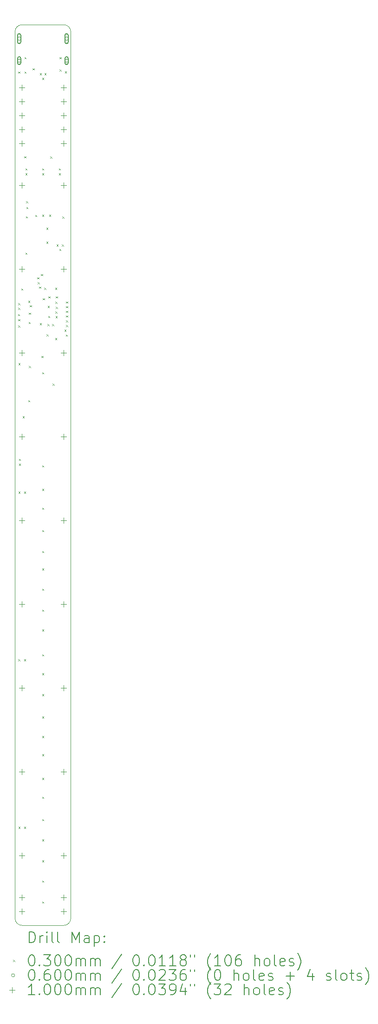
<source format=gbr>
%TF.GenerationSoftware,KiCad,Pcbnew,7.0.8*%
%TF.CreationDate,2023-10-19T22:48:38-06:00*%
%TF.ProjectId,RP2040-Breadstick,52503230-3430-42d4-9272-656164737469,0.2*%
%TF.SameCoordinates,Original*%
%TF.FileFunction,Drillmap*%
%TF.FilePolarity,Positive*%
%FSLAX45Y45*%
G04 Gerber Fmt 4.5, Leading zero omitted, Abs format (unit mm)*
G04 Created by KiCad (PCBNEW 7.0.8) date 2023-10-19 22:48:38*
%MOMM*%
%LPD*%
G01*
G04 APERTURE LIST*
%ADD10C,0.100000*%
%ADD11C,0.200000*%
%ADD12C,0.030000*%
%ADD13C,0.060000*%
G04 APERTURE END LIST*
D10*
X9017000Y-1651000D02*
X8255000Y-1651000D01*
X8128000Y-1778000D02*
X8128000Y-17907000D01*
X8255000Y-18034000D02*
X9017000Y-18034000D01*
X8128000Y-17907000D02*
G75*
G03*
X8255000Y-18034000I127000J0D01*
G01*
X9144000Y-1778000D02*
G75*
G03*
X9017000Y-1651000I-127000J0D01*
G01*
X8255000Y-1651000D02*
G75*
G03*
X8128000Y-1778000I0J-127000D01*
G01*
X9144000Y-17907000D02*
X9144000Y-1778000D01*
X9017000Y-18034000D02*
G75*
G03*
X9144000Y-17907000I0J127000D01*
G01*
D11*
D12*
X8181580Y-6914120D02*
X8211580Y-6944120D01*
X8211580Y-6914120D02*
X8181580Y-6944120D01*
X8184000Y-7005560D02*
X8214000Y-7035560D01*
X8214000Y-7005560D02*
X8184000Y-7035560D01*
X8184120Y-2504680D02*
X8214120Y-2534680D01*
X8214120Y-2504680D02*
X8184120Y-2534680D01*
X8185331Y-6713865D02*
X8215331Y-6743865D01*
X8215331Y-6713865D02*
X8185331Y-6743865D01*
X8185934Y-6800337D02*
X8215934Y-6830337D01*
X8215934Y-6800337D02*
X8185934Y-6830337D01*
X8186426Y-7122991D02*
X8216426Y-7152991D01*
X8216426Y-7122991D02*
X8186426Y-7152991D01*
X8186660Y-13190460D02*
X8216660Y-13220460D01*
X8216660Y-13190460D02*
X8186660Y-13220460D01*
X8189200Y-7808200D02*
X8219200Y-7838200D01*
X8219200Y-7808200D02*
X8189200Y-7838200D01*
X8189200Y-10145000D02*
X8219200Y-10175000D01*
X8219200Y-10145000D02*
X8189200Y-10175000D01*
X8189200Y-16238460D02*
X8219200Y-16268460D01*
X8219200Y-16238460D02*
X8189200Y-16268460D01*
X8196820Y-9548100D02*
X8226820Y-9578100D01*
X8226820Y-9548100D02*
X8196820Y-9578100D01*
X8196820Y-9634460D02*
X8226820Y-9664460D01*
X8226820Y-9634460D02*
X8196820Y-9664460D01*
X8240000Y-6449300D02*
X8270000Y-6479300D01*
X8270000Y-6449300D02*
X8240000Y-6479300D01*
X8265400Y-8770860D02*
X8295400Y-8800860D01*
X8295400Y-8770860D02*
X8265400Y-8800860D01*
X8290800Y-13190460D02*
X8320800Y-13220460D01*
X8320800Y-13190460D02*
X8290800Y-13220460D01*
X8293340Y-10145000D02*
X8323340Y-10175000D01*
X8323340Y-10145000D02*
X8293340Y-10175000D01*
X8293340Y-16238460D02*
X8323340Y-16268460D01*
X8323340Y-16238460D02*
X8293340Y-16268460D01*
X8295880Y-4043920D02*
X8325880Y-4073920D01*
X8325880Y-4043920D02*
X8295880Y-4073920D01*
X8301000Y-2240480D02*
X8331000Y-2270480D01*
X8331000Y-2240480D02*
X8301000Y-2270480D01*
X8301000Y-2504640D02*
X8331000Y-2534640D01*
X8331000Y-2504640D02*
X8301000Y-2534640D01*
X8316200Y-4264900D02*
X8346200Y-4294900D01*
X8346200Y-4264900D02*
X8316200Y-4294900D01*
X8316200Y-4353800D02*
X8346200Y-4383800D01*
X8346200Y-4353800D02*
X8316200Y-4383800D01*
X8318525Y-5796716D02*
X8348525Y-5826716D01*
X8348525Y-5796716D02*
X8318525Y-5826716D01*
X8323820Y-5136120D02*
X8353820Y-5166120D01*
X8353820Y-5136120D02*
X8323820Y-5166120D01*
X8328900Y-4861800D02*
X8358900Y-4891800D01*
X8358900Y-4861800D02*
X8328900Y-4891800D01*
X8335275Y-4968480D02*
X8365275Y-4998480D01*
X8365275Y-4968480D02*
X8335275Y-4998480D01*
X8369310Y-8481193D02*
X8399310Y-8511193D01*
X8399310Y-8481193D02*
X8369310Y-8511193D01*
X8369644Y-6674568D02*
X8399644Y-6704568D01*
X8399644Y-6674568D02*
X8369644Y-6704568D01*
X8377160Y-7056360D02*
X8407160Y-7086360D01*
X8407160Y-7056360D02*
X8377160Y-7086360D01*
X8379462Y-6888958D02*
X8409462Y-6918958D01*
X8409462Y-6888958D02*
X8379462Y-6918958D01*
X8382240Y-7856460D02*
X8412240Y-7886460D01*
X8412240Y-7856460D02*
X8382240Y-7886460D01*
X8398390Y-6754762D02*
X8428390Y-6784762D01*
X8428390Y-6754762D02*
X8398390Y-6784762D01*
X8448390Y-2443610D02*
X8478390Y-2473610D01*
X8478390Y-2443610D02*
X8448390Y-2473610D01*
X8494262Y-5108914D02*
X8524262Y-5138914D01*
X8524262Y-5108914D02*
X8494262Y-5138914D01*
X8534000Y-6247000D02*
X8564000Y-6277000D01*
X8564000Y-6247000D02*
X8534000Y-6277000D01*
X8539752Y-6333898D02*
X8569752Y-6363898D01*
X8569752Y-6333898D02*
X8539752Y-6363898D01*
X8565629Y-6415063D02*
X8595629Y-6445063D01*
X8595629Y-6415063D02*
X8565629Y-6445063D01*
X8578811Y-7080000D02*
X8608811Y-7110000D01*
X8608811Y-7080000D02*
X8578811Y-7110000D01*
X8580567Y-2532677D02*
X8610567Y-2562677D01*
X8610567Y-2532677D02*
X8580567Y-2562677D01*
X8600680Y-6185140D02*
X8630680Y-6215140D01*
X8630680Y-6185140D02*
X8600680Y-6215140D01*
X8607778Y-7675306D02*
X8637778Y-7705306D01*
X8637778Y-7675306D02*
X8607778Y-7705306D01*
X8620999Y-12650520D02*
X8650999Y-12680520D01*
X8650999Y-12650520D02*
X8620999Y-12680520D01*
X8621000Y-2616440D02*
X8651000Y-2646440D01*
X8651000Y-2616440D02*
X8621000Y-2646440D01*
X8621000Y-4264900D02*
X8651000Y-4294900D01*
X8651000Y-4264900D02*
X8621000Y-4294900D01*
X8621000Y-4353800D02*
X8651000Y-4383800D01*
X8651000Y-4353800D02*
X8621000Y-4383800D01*
X8621000Y-5108180D02*
X8651000Y-5138180D01*
X8651000Y-5108180D02*
X8621000Y-5138180D01*
X8621000Y-10094200D02*
X8651000Y-10124200D01*
X8651000Y-10094200D02*
X8621000Y-10124200D01*
X8621000Y-10437100D02*
X8651000Y-10467100D01*
X8651000Y-10437100D02*
X8621000Y-10467100D01*
X8621000Y-10843500D02*
X8651000Y-10873500D01*
X8651000Y-10843500D02*
X8621000Y-10873500D01*
X8621000Y-11224500D02*
X8651000Y-11254500D01*
X8651000Y-11224500D02*
X8621000Y-11254500D01*
X8621000Y-11542000D02*
X8651000Y-11572000D01*
X8651000Y-11542000D02*
X8621000Y-11572000D01*
X8621000Y-11910300D02*
X8651000Y-11940300D01*
X8651000Y-11910300D02*
X8621000Y-11940300D01*
X8621000Y-12291300D02*
X8651000Y-12321300D01*
X8651000Y-12291300D02*
X8621000Y-12321300D01*
X8621000Y-13447000D02*
X8651000Y-13477000D01*
X8651000Y-13447000D02*
X8621000Y-13477000D01*
X8621000Y-13828000D02*
X8651000Y-13858000D01*
X8651000Y-13828000D02*
X8621000Y-13858000D01*
X8621000Y-14234400D02*
X8651000Y-14264400D01*
X8651000Y-14234400D02*
X8621000Y-14264400D01*
X8621000Y-14590000D02*
X8651000Y-14620000D01*
X8651000Y-14590000D02*
X8621000Y-14620000D01*
X8621000Y-15352000D02*
X8651000Y-15382000D01*
X8651000Y-15352000D02*
X8621000Y-15382000D01*
X8621000Y-15694900D02*
X8651000Y-15724900D01*
X8651000Y-15694900D02*
X8621000Y-15724900D01*
X8621000Y-16101300D02*
X8651000Y-16131300D01*
X8651000Y-16101300D02*
X8621000Y-16131300D01*
X8621000Y-16469600D02*
X8651000Y-16499600D01*
X8651000Y-16469600D02*
X8621000Y-16499600D01*
X8621000Y-16850600D02*
X8651000Y-16880600D01*
X8651000Y-16850600D02*
X8621000Y-16880600D01*
X8621000Y-17218900D02*
X8651000Y-17248900D01*
X8651000Y-17218900D02*
X8621000Y-17248900D01*
X8621000Y-17599900D02*
X8651000Y-17629900D01*
X8651000Y-17599900D02*
X8621000Y-17629900D01*
X8621001Y-9667480D02*
X8651001Y-9697480D01*
X8651001Y-9667480D02*
X8621001Y-9697480D01*
X8621001Y-13104100D02*
X8651001Y-13134100D01*
X8651001Y-13104100D02*
X8621001Y-13134100D01*
X8621001Y-14920200D02*
X8651001Y-14950200D01*
X8651001Y-14920200D02*
X8621001Y-14950200D01*
X8621044Y-7972809D02*
X8651044Y-8002809D01*
X8651044Y-7972809D02*
X8621044Y-8002809D01*
X8633700Y-6624560D02*
X8663700Y-6654560D01*
X8663700Y-6624560D02*
X8633700Y-6654560D01*
X8660810Y-6437090D02*
X8690810Y-6467090D01*
X8690810Y-6437090D02*
X8660810Y-6467090D01*
X8665755Y-2532020D02*
X8695755Y-2562020D01*
X8695755Y-2532020D02*
X8665755Y-2562020D01*
X8697200Y-5344400D02*
X8727200Y-5374400D01*
X8727200Y-5344400D02*
X8697200Y-5374400D01*
X8697200Y-5598400D02*
X8727200Y-5628400D01*
X8727200Y-5598400D02*
X8697200Y-5628400D01*
X8702888Y-7281625D02*
X8732888Y-7311625D01*
X8732888Y-7281625D02*
X8702888Y-7311625D01*
X8719777Y-7095325D02*
X8749777Y-7125325D01*
X8749777Y-7095325D02*
X8719777Y-7125325D01*
X8722600Y-6766800D02*
X8752600Y-6796800D01*
X8752600Y-6766800D02*
X8722600Y-6796800D01*
X8732760Y-6947140D02*
X8762760Y-6977140D01*
X8762760Y-6947140D02*
X8732760Y-6977140D01*
X8735589Y-6591272D02*
X8765589Y-6621272D01*
X8765589Y-6591272D02*
X8735589Y-6621272D01*
X8748000Y-5108180D02*
X8778000Y-5138180D01*
X8778000Y-5108180D02*
X8748000Y-5138180D01*
X8768320Y-4047071D02*
X8798320Y-4077071D01*
X8798320Y-4047071D02*
X8768320Y-4077071D01*
X8804961Y-7094286D02*
X8834961Y-7124286D01*
X8834961Y-7094286D02*
X8804961Y-7124286D01*
X8813430Y-8179040D02*
X8843430Y-8209040D01*
X8843430Y-8179040D02*
X8813430Y-8209040D01*
X8860000Y-6437000D02*
X8890000Y-6467000D01*
X8890000Y-6437000D02*
X8860000Y-6467000D01*
X8860092Y-7351095D02*
X8890092Y-7381095D01*
X8890092Y-7351095D02*
X8860092Y-7381095D01*
X8862300Y-6690600D02*
X8892300Y-6720600D01*
X8892300Y-6690600D02*
X8862300Y-6720600D01*
X8862948Y-6866792D02*
X8892948Y-6896792D01*
X8892948Y-6866792D02*
X8862948Y-6896792D01*
X8866607Y-6951904D02*
X8896607Y-6981904D01*
X8896607Y-6951904D02*
X8866607Y-6981904D01*
X8872307Y-6591685D02*
X8902307Y-6621685D01*
X8902307Y-6591685D02*
X8872307Y-6621685D01*
X8872310Y-6782000D02*
X8902310Y-6812000D01*
X8902310Y-6782000D02*
X8872310Y-6812000D01*
X8885824Y-5649853D02*
X8915824Y-5679853D01*
X8915824Y-5649853D02*
X8885824Y-5679853D01*
X8925800Y-4264900D02*
X8955800Y-4294900D01*
X8955800Y-4264900D02*
X8925800Y-4294900D01*
X8925800Y-4353800D02*
X8955800Y-4383800D01*
X8955800Y-4353800D02*
X8925800Y-4383800D01*
X8936620Y-5727940D02*
X8966620Y-5757940D01*
X8966620Y-5727940D02*
X8936620Y-5757940D01*
X8940000Y-2466000D02*
X8970000Y-2496000D01*
X8970000Y-2466000D02*
X8940000Y-2496000D01*
X8941000Y-2240560D02*
X8971000Y-2270560D01*
X8971000Y-2240560D02*
X8941000Y-2270560D01*
X8980824Y-5649853D02*
X9010824Y-5679853D01*
X9010824Y-5649853D02*
X8980824Y-5679853D01*
X8989910Y-5141200D02*
X9019910Y-5171200D01*
X9019910Y-5141200D02*
X8989910Y-5171200D01*
X9027400Y-7196060D02*
X9057400Y-7226060D01*
X9057400Y-7196060D02*
X9027400Y-7226060D01*
X9037560Y-2499600D02*
X9067560Y-2529600D01*
X9067560Y-2499600D02*
X9037560Y-2529600D01*
X9052800Y-7287500D02*
X9082800Y-7317500D01*
X9082800Y-7287500D02*
X9052800Y-7317500D01*
X9055960Y-6685924D02*
X9085960Y-6715924D01*
X9085960Y-6685924D02*
X9055960Y-6715924D01*
X9056640Y-6771111D02*
X9086640Y-6801111D01*
X9086640Y-6771111D02*
X9056640Y-6801111D01*
X9056690Y-6856301D02*
X9086690Y-6886301D01*
X9086690Y-6856301D02*
X9056690Y-6886301D01*
X9056690Y-7111872D02*
X9086690Y-7141872D01*
X9086690Y-7111872D02*
X9056690Y-7141872D01*
X9056810Y-6941492D02*
X9086810Y-6971492D01*
X9086810Y-6941492D02*
X9056810Y-6971492D01*
X9056810Y-7026682D02*
X9086810Y-7056682D01*
X9086810Y-7026682D02*
X9056810Y-7056682D01*
D13*
X8234000Y-1904820D02*
G75*
G03*
X8234000Y-1904820I-30000J0D01*
G01*
D11*
X8234000Y-1964820D02*
X8234000Y-1844820D01*
X8234000Y-1844820D02*
G75*
G03*
X8174000Y-1844820I-30000J0D01*
G01*
X8174000Y-1844820D02*
X8174000Y-1964820D01*
X8174000Y-1964820D02*
G75*
G03*
X8234000Y-1964820I30000J0D01*
G01*
D13*
X8234000Y-2304820D02*
G75*
G03*
X8234000Y-2304820I-30000J0D01*
G01*
D11*
X8234000Y-2344820D02*
X8234000Y-2264820D01*
X8234000Y-2264820D02*
G75*
G03*
X8174000Y-2264820I-30000J0D01*
G01*
X8174000Y-2264820D02*
X8174000Y-2344820D01*
X8174000Y-2344820D02*
G75*
G03*
X8234000Y-2344820I30000J0D01*
G01*
D13*
X9098000Y-1904820D02*
G75*
G03*
X9098000Y-1904820I-30000J0D01*
G01*
D11*
X9098000Y-1964820D02*
X9098000Y-1844820D01*
X9098000Y-1844820D02*
G75*
G03*
X9038000Y-1844820I-30000J0D01*
G01*
X9038000Y-1844820D02*
X9038000Y-1964820D01*
X9038000Y-1964820D02*
G75*
G03*
X9098000Y-1964820I30000J0D01*
G01*
D13*
X9098000Y-2304820D02*
G75*
G03*
X9098000Y-2304820I-30000J0D01*
G01*
D11*
X9098000Y-2344820D02*
X9098000Y-2264820D01*
X9098000Y-2264820D02*
G75*
G03*
X9038000Y-2264820I-30000J0D01*
G01*
X9038000Y-2264820D02*
X9038000Y-2344820D01*
X9038000Y-2344820D02*
G75*
G03*
X9098000Y-2344820I30000J0D01*
G01*
D10*
X8255000Y-2744000D02*
X8255000Y-2844000D01*
X8205000Y-2794000D02*
X8305000Y-2794000D01*
X8255000Y-2998000D02*
X8255000Y-3098000D01*
X8205000Y-3048000D02*
X8305000Y-3048000D01*
X8255000Y-3252000D02*
X8255000Y-3352000D01*
X8205000Y-3302000D02*
X8305000Y-3302000D01*
X8255000Y-3506000D02*
X8255000Y-3606000D01*
X8205000Y-3556000D02*
X8305000Y-3556000D01*
X8255000Y-3760000D02*
X8255000Y-3860000D01*
X8205000Y-3810000D02*
X8305000Y-3810000D01*
X8255000Y-4522000D02*
X8255000Y-4622000D01*
X8205000Y-4572000D02*
X8305000Y-4572000D01*
X8255000Y-6046000D02*
X8255000Y-6146000D01*
X8205000Y-6096000D02*
X8305000Y-6096000D01*
X8255000Y-7570000D02*
X8255000Y-7670000D01*
X8205000Y-7620000D02*
X8305000Y-7620000D01*
X8255000Y-9094000D02*
X8255000Y-9194000D01*
X8205000Y-9144000D02*
X8305000Y-9144000D01*
X8255000Y-10618000D02*
X8255000Y-10718000D01*
X8205000Y-10668000D02*
X8305000Y-10668000D01*
X8255000Y-12142000D02*
X8255000Y-12242000D01*
X8205000Y-12192000D02*
X8305000Y-12192000D01*
X8255000Y-13666000D02*
X8255000Y-13766000D01*
X8205000Y-13716000D02*
X8305000Y-13716000D01*
X8255000Y-15190000D02*
X8255000Y-15290000D01*
X8205000Y-15240000D02*
X8305000Y-15240000D01*
X8255000Y-16714000D02*
X8255000Y-16814000D01*
X8205000Y-16764000D02*
X8305000Y-16764000D01*
X8255000Y-17476000D02*
X8255000Y-17576000D01*
X8205000Y-17526000D02*
X8305000Y-17526000D01*
X8255000Y-17730000D02*
X8255000Y-17830000D01*
X8205000Y-17780000D02*
X8305000Y-17780000D01*
X9017000Y-2744000D02*
X9017000Y-2844000D01*
X8967000Y-2794000D02*
X9067000Y-2794000D01*
X9017000Y-2998000D02*
X9017000Y-3098000D01*
X8967000Y-3048000D02*
X9067000Y-3048000D01*
X9017000Y-3252000D02*
X9017000Y-3352000D01*
X8967000Y-3302000D02*
X9067000Y-3302000D01*
X9017000Y-3506000D02*
X9017000Y-3606000D01*
X8967000Y-3556000D02*
X9067000Y-3556000D01*
X9017000Y-3760000D02*
X9017000Y-3860000D01*
X8967000Y-3810000D02*
X9067000Y-3810000D01*
X9017000Y-4522000D02*
X9017000Y-4622000D01*
X8967000Y-4572000D02*
X9067000Y-4572000D01*
X9017000Y-6046000D02*
X9017000Y-6146000D01*
X8967000Y-6096000D02*
X9067000Y-6096000D01*
X9017000Y-7570000D02*
X9017000Y-7670000D01*
X8967000Y-7620000D02*
X9067000Y-7620000D01*
X9017000Y-9094000D02*
X9017000Y-9194000D01*
X8967000Y-9144000D02*
X9067000Y-9144000D01*
X9017000Y-10618000D02*
X9017000Y-10718000D01*
X8967000Y-10668000D02*
X9067000Y-10668000D01*
X9017000Y-12142000D02*
X9017000Y-12242000D01*
X8967000Y-12192000D02*
X9067000Y-12192000D01*
X9017000Y-13666000D02*
X9017000Y-13766000D01*
X8967000Y-13716000D02*
X9067000Y-13716000D01*
X9017000Y-15190000D02*
X9017000Y-15290000D01*
X8967000Y-15240000D02*
X9067000Y-15240000D01*
X9017000Y-16714000D02*
X9017000Y-16814000D01*
X8967000Y-16764000D02*
X9067000Y-16764000D01*
X9017000Y-17476000D02*
X9017000Y-17576000D01*
X8967000Y-17526000D02*
X9067000Y-17526000D01*
X9017000Y-17730000D02*
X9017000Y-17830000D01*
X8967000Y-17780000D02*
X9067000Y-17780000D01*
D11*
X8383777Y-18350484D02*
X8383777Y-18150484D01*
X8383777Y-18150484D02*
X8431396Y-18150484D01*
X8431396Y-18150484D02*
X8459967Y-18160008D01*
X8459967Y-18160008D02*
X8479015Y-18179055D01*
X8479015Y-18179055D02*
X8488539Y-18198103D01*
X8488539Y-18198103D02*
X8498063Y-18236198D01*
X8498063Y-18236198D02*
X8498063Y-18264770D01*
X8498063Y-18264770D02*
X8488539Y-18302865D01*
X8488539Y-18302865D02*
X8479015Y-18321912D01*
X8479015Y-18321912D02*
X8459967Y-18340960D01*
X8459967Y-18340960D02*
X8431396Y-18350484D01*
X8431396Y-18350484D02*
X8383777Y-18350484D01*
X8583777Y-18350484D02*
X8583777Y-18217150D01*
X8583777Y-18255246D02*
X8593301Y-18236198D01*
X8593301Y-18236198D02*
X8602824Y-18226674D01*
X8602824Y-18226674D02*
X8621872Y-18217150D01*
X8621872Y-18217150D02*
X8640920Y-18217150D01*
X8707586Y-18350484D02*
X8707586Y-18217150D01*
X8707586Y-18150484D02*
X8698063Y-18160008D01*
X8698063Y-18160008D02*
X8707586Y-18169531D01*
X8707586Y-18169531D02*
X8717110Y-18160008D01*
X8717110Y-18160008D02*
X8707586Y-18150484D01*
X8707586Y-18150484D02*
X8707586Y-18169531D01*
X8831396Y-18350484D02*
X8812348Y-18340960D01*
X8812348Y-18340960D02*
X8802824Y-18321912D01*
X8802824Y-18321912D02*
X8802824Y-18150484D01*
X8936158Y-18350484D02*
X8917110Y-18340960D01*
X8917110Y-18340960D02*
X8907586Y-18321912D01*
X8907586Y-18321912D02*
X8907586Y-18150484D01*
X9164729Y-18350484D02*
X9164729Y-18150484D01*
X9164729Y-18150484D02*
X9231396Y-18293341D01*
X9231396Y-18293341D02*
X9298063Y-18150484D01*
X9298063Y-18150484D02*
X9298063Y-18350484D01*
X9479015Y-18350484D02*
X9479015Y-18245722D01*
X9479015Y-18245722D02*
X9469491Y-18226674D01*
X9469491Y-18226674D02*
X9450444Y-18217150D01*
X9450444Y-18217150D02*
X9412348Y-18217150D01*
X9412348Y-18217150D02*
X9393301Y-18226674D01*
X9479015Y-18340960D02*
X9459967Y-18350484D01*
X9459967Y-18350484D02*
X9412348Y-18350484D01*
X9412348Y-18350484D02*
X9393301Y-18340960D01*
X9393301Y-18340960D02*
X9383777Y-18321912D01*
X9383777Y-18321912D02*
X9383777Y-18302865D01*
X9383777Y-18302865D02*
X9393301Y-18283817D01*
X9393301Y-18283817D02*
X9412348Y-18274293D01*
X9412348Y-18274293D02*
X9459967Y-18274293D01*
X9459967Y-18274293D02*
X9479015Y-18264770D01*
X9574253Y-18217150D02*
X9574253Y-18417150D01*
X9574253Y-18226674D02*
X9593301Y-18217150D01*
X9593301Y-18217150D02*
X9631396Y-18217150D01*
X9631396Y-18217150D02*
X9650444Y-18226674D01*
X9650444Y-18226674D02*
X9659967Y-18236198D01*
X9659967Y-18236198D02*
X9669491Y-18255246D01*
X9669491Y-18255246D02*
X9669491Y-18312389D01*
X9669491Y-18312389D02*
X9659967Y-18331436D01*
X9659967Y-18331436D02*
X9650444Y-18340960D01*
X9650444Y-18340960D02*
X9631396Y-18350484D01*
X9631396Y-18350484D02*
X9593301Y-18350484D01*
X9593301Y-18350484D02*
X9574253Y-18340960D01*
X9755205Y-18331436D02*
X9764729Y-18340960D01*
X9764729Y-18340960D02*
X9755205Y-18350484D01*
X9755205Y-18350484D02*
X9745682Y-18340960D01*
X9745682Y-18340960D02*
X9755205Y-18331436D01*
X9755205Y-18331436D02*
X9755205Y-18350484D01*
X9755205Y-18226674D02*
X9764729Y-18236198D01*
X9764729Y-18236198D02*
X9755205Y-18245722D01*
X9755205Y-18245722D02*
X9745682Y-18236198D01*
X9745682Y-18236198D02*
X9755205Y-18226674D01*
X9755205Y-18226674D02*
X9755205Y-18245722D01*
D12*
X8093000Y-18664000D02*
X8123000Y-18694000D01*
X8123000Y-18664000D02*
X8093000Y-18694000D01*
D11*
X8421872Y-18570484D02*
X8440920Y-18570484D01*
X8440920Y-18570484D02*
X8459967Y-18580008D01*
X8459967Y-18580008D02*
X8469491Y-18589531D01*
X8469491Y-18589531D02*
X8479015Y-18608579D01*
X8479015Y-18608579D02*
X8488539Y-18646674D01*
X8488539Y-18646674D02*
X8488539Y-18694293D01*
X8488539Y-18694293D02*
X8479015Y-18732389D01*
X8479015Y-18732389D02*
X8469491Y-18751436D01*
X8469491Y-18751436D02*
X8459967Y-18760960D01*
X8459967Y-18760960D02*
X8440920Y-18770484D01*
X8440920Y-18770484D02*
X8421872Y-18770484D01*
X8421872Y-18770484D02*
X8402824Y-18760960D01*
X8402824Y-18760960D02*
X8393301Y-18751436D01*
X8393301Y-18751436D02*
X8383777Y-18732389D01*
X8383777Y-18732389D02*
X8374253Y-18694293D01*
X8374253Y-18694293D02*
X8374253Y-18646674D01*
X8374253Y-18646674D02*
X8383777Y-18608579D01*
X8383777Y-18608579D02*
X8393301Y-18589531D01*
X8393301Y-18589531D02*
X8402824Y-18580008D01*
X8402824Y-18580008D02*
X8421872Y-18570484D01*
X8574253Y-18751436D02*
X8583777Y-18760960D01*
X8583777Y-18760960D02*
X8574253Y-18770484D01*
X8574253Y-18770484D02*
X8564729Y-18760960D01*
X8564729Y-18760960D02*
X8574253Y-18751436D01*
X8574253Y-18751436D02*
X8574253Y-18770484D01*
X8650444Y-18570484D02*
X8774253Y-18570484D01*
X8774253Y-18570484D02*
X8707586Y-18646674D01*
X8707586Y-18646674D02*
X8736158Y-18646674D01*
X8736158Y-18646674D02*
X8755205Y-18656198D01*
X8755205Y-18656198D02*
X8764729Y-18665722D01*
X8764729Y-18665722D02*
X8774253Y-18684770D01*
X8774253Y-18684770D02*
X8774253Y-18732389D01*
X8774253Y-18732389D02*
X8764729Y-18751436D01*
X8764729Y-18751436D02*
X8755205Y-18760960D01*
X8755205Y-18760960D02*
X8736158Y-18770484D01*
X8736158Y-18770484D02*
X8679015Y-18770484D01*
X8679015Y-18770484D02*
X8659967Y-18760960D01*
X8659967Y-18760960D02*
X8650444Y-18751436D01*
X8898063Y-18570484D02*
X8917110Y-18570484D01*
X8917110Y-18570484D02*
X8936158Y-18580008D01*
X8936158Y-18580008D02*
X8945682Y-18589531D01*
X8945682Y-18589531D02*
X8955205Y-18608579D01*
X8955205Y-18608579D02*
X8964729Y-18646674D01*
X8964729Y-18646674D02*
X8964729Y-18694293D01*
X8964729Y-18694293D02*
X8955205Y-18732389D01*
X8955205Y-18732389D02*
X8945682Y-18751436D01*
X8945682Y-18751436D02*
X8936158Y-18760960D01*
X8936158Y-18760960D02*
X8917110Y-18770484D01*
X8917110Y-18770484D02*
X8898063Y-18770484D01*
X8898063Y-18770484D02*
X8879015Y-18760960D01*
X8879015Y-18760960D02*
X8869491Y-18751436D01*
X8869491Y-18751436D02*
X8859967Y-18732389D01*
X8859967Y-18732389D02*
X8850444Y-18694293D01*
X8850444Y-18694293D02*
X8850444Y-18646674D01*
X8850444Y-18646674D02*
X8859967Y-18608579D01*
X8859967Y-18608579D02*
X8869491Y-18589531D01*
X8869491Y-18589531D02*
X8879015Y-18580008D01*
X8879015Y-18580008D02*
X8898063Y-18570484D01*
X9088539Y-18570484D02*
X9107586Y-18570484D01*
X9107586Y-18570484D02*
X9126634Y-18580008D01*
X9126634Y-18580008D02*
X9136158Y-18589531D01*
X9136158Y-18589531D02*
X9145682Y-18608579D01*
X9145682Y-18608579D02*
X9155205Y-18646674D01*
X9155205Y-18646674D02*
X9155205Y-18694293D01*
X9155205Y-18694293D02*
X9145682Y-18732389D01*
X9145682Y-18732389D02*
X9136158Y-18751436D01*
X9136158Y-18751436D02*
X9126634Y-18760960D01*
X9126634Y-18760960D02*
X9107586Y-18770484D01*
X9107586Y-18770484D02*
X9088539Y-18770484D01*
X9088539Y-18770484D02*
X9069491Y-18760960D01*
X9069491Y-18760960D02*
X9059967Y-18751436D01*
X9059967Y-18751436D02*
X9050444Y-18732389D01*
X9050444Y-18732389D02*
X9040920Y-18694293D01*
X9040920Y-18694293D02*
X9040920Y-18646674D01*
X9040920Y-18646674D02*
X9050444Y-18608579D01*
X9050444Y-18608579D02*
X9059967Y-18589531D01*
X9059967Y-18589531D02*
X9069491Y-18580008D01*
X9069491Y-18580008D02*
X9088539Y-18570484D01*
X9240920Y-18770484D02*
X9240920Y-18637150D01*
X9240920Y-18656198D02*
X9250444Y-18646674D01*
X9250444Y-18646674D02*
X9269491Y-18637150D01*
X9269491Y-18637150D02*
X9298063Y-18637150D01*
X9298063Y-18637150D02*
X9317110Y-18646674D01*
X9317110Y-18646674D02*
X9326634Y-18665722D01*
X9326634Y-18665722D02*
X9326634Y-18770484D01*
X9326634Y-18665722D02*
X9336158Y-18646674D01*
X9336158Y-18646674D02*
X9355205Y-18637150D01*
X9355205Y-18637150D02*
X9383777Y-18637150D01*
X9383777Y-18637150D02*
X9402825Y-18646674D01*
X9402825Y-18646674D02*
X9412348Y-18665722D01*
X9412348Y-18665722D02*
X9412348Y-18770484D01*
X9507586Y-18770484D02*
X9507586Y-18637150D01*
X9507586Y-18656198D02*
X9517110Y-18646674D01*
X9517110Y-18646674D02*
X9536158Y-18637150D01*
X9536158Y-18637150D02*
X9564729Y-18637150D01*
X9564729Y-18637150D02*
X9583777Y-18646674D01*
X9583777Y-18646674D02*
X9593301Y-18665722D01*
X9593301Y-18665722D02*
X9593301Y-18770484D01*
X9593301Y-18665722D02*
X9602825Y-18646674D01*
X9602825Y-18646674D02*
X9621872Y-18637150D01*
X9621872Y-18637150D02*
X9650444Y-18637150D01*
X9650444Y-18637150D02*
X9669491Y-18646674D01*
X9669491Y-18646674D02*
X9679015Y-18665722D01*
X9679015Y-18665722D02*
X9679015Y-18770484D01*
X10069491Y-18560960D02*
X9898063Y-18818103D01*
X10326634Y-18570484D02*
X10345682Y-18570484D01*
X10345682Y-18570484D02*
X10364729Y-18580008D01*
X10364729Y-18580008D02*
X10374253Y-18589531D01*
X10374253Y-18589531D02*
X10383777Y-18608579D01*
X10383777Y-18608579D02*
X10393301Y-18646674D01*
X10393301Y-18646674D02*
X10393301Y-18694293D01*
X10393301Y-18694293D02*
X10383777Y-18732389D01*
X10383777Y-18732389D02*
X10374253Y-18751436D01*
X10374253Y-18751436D02*
X10364729Y-18760960D01*
X10364729Y-18760960D02*
X10345682Y-18770484D01*
X10345682Y-18770484D02*
X10326634Y-18770484D01*
X10326634Y-18770484D02*
X10307587Y-18760960D01*
X10307587Y-18760960D02*
X10298063Y-18751436D01*
X10298063Y-18751436D02*
X10288539Y-18732389D01*
X10288539Y-18732389D02*
X10279015Y-18694293D01*
X10279015Y-18694293D02*
X10279015Y-18646674D01*
X10279015Y-18646674D02*
X10288539Y-18608579D01*
X10288539Y-18608579D02*
X10298063Y-18589531D01*
X10298063Y-18589531D02*
X10307587Y-18580008D01*
X10307587Y-18580008D02*
X10326634Y-18570484D01*
X10479015Y-18751436D02*
X10488539Y-18760960D01*
X10488539Y-18760960D02*
X10479015Y-18770484D01*
X10479015Y-18770484D02*
X10469491Y-18760960D01*
X10469491Y-18760960D02*
X10479015Y-18751436D01*
X10479015Y-18751436D02*
X10479015Y-18770484D01*
X10612348Y-18570484D02*
X10631396Y-18570484D01*
X10631396Y-18570484D02*
X10650444Y-18580008D01*
X10650444Y-18580008D02*
X10659968Y-18589531D01*
X10659968Y-18589531D02*
X10669491Y-18608579D01*
X10669491Y-18608579D02*
X10679015Y-18646674D01*
X10679015Y-18646674D02*
X10679015Y-18694293D01*
X10679015Y-18694293D02*
X10669491Y-18732389D01*
X10669491Y-18732389D02*
X10659968Y-18751436D01*
X10659968Y-18751436D02*
X10650444Y-18760960D01*
X10650444Y-18760960D02*
X10631396Y-18770484D01*
X10631396Y-18770484D02*
X10612348Y-18770484D01*
X10612348Y-18770484D02*
X10593301Y-18760960D01*
X10593301Y-18760960D02*
X10583777Y-18751436D01*
X10583777Y-18751436D02*
X10574253Y-18732389D01*
X10574253Y-18732389D02*
X10564729Y-18694293D01*
X10564729Y-18694293D02*
X10564729Y-18646674D01*
X10564729Y-18646674D02*
X10574253Y-18608579D01*
X10574253Y-18608579D02*
X10583777Y-18589531D01*
X10583777Y-18589531D02*
X10593301Y-18580008D01*
X10593301Y-18580008D02*
X10612348Y-18570484D01*
X10869491Y-18770484D02*
X10755206Y-18770484D01*
X10812348Y-18770484D02*
X10812348Y-18570484D01*
X10812348Y-18570484D02*
X10793301Y-18599055D01*
X10793301Y-18599055D02*
X10774253Y-18618103D01*
X10774253Y-18618103D02*
X10755206Y-18627627D01*
X11059968Y-18770484D02*
X10945682Y-18770484D01*
X11002825Y-18770484D02*
X11002825Y-18570484D01*
X11002825Y-18570484D02*
X10983777Y-18599055D01*
X10983777Y-18599055D02*
X10964729Y-18618103D01*
X10964729Y-18618103D02*
X10945682Y-18627627D01*
X11174253Y-18656198D02*
X11155206Y-18646674D01*
X11155206Y-18646674D02*
X11145682Y-18637150D01*
X11145682Y-18637150D02*
X11136158Y-18618103D01*
X11136158Y-18618103D02*
X11136158Y-18608579D01*
X11136158Y-18608579D02*
X11145682Y-18589531D01*
X11145682Y-18589531D02*
X11155206Y-18580008D01*
X11155206Y-18580008D02*
X11174253Y-18570484D01*
X11174253Y-18570484D02*
X11212348Y-18570484D01*
X11212348Y-18570484D02*
X11231396Y-18580008D01*
X11231396Y-18580008D02*
X11240920Y-18589531D01*
X11240920Y-18589531D02*
X11250444Y-18608579D01*
X11250444Y-18608579D02*
X11250444Y-18618103D01*
X11250444Y-18618103D02*
X11240920Y-18637150D01*
X11240920Y-18637150D02*
X11231396Y-18646674D01*
X11231396Y-18646674D02*
X11212348Y-18656198D01*
X11212348Y-18656198D02*
X11174253Y-18656198D01*
X11174253Y-18656198D02*
X11155206Y-18665722D01*
X11155206Y-18665722D02*
X11145682Y-18675246D01*
X11145682Y-18675246D02*
X11136158Y-18694293D01*
X11136158Y-18694293D02*
X11136158Y-18732389D01*
X11136158Y-18732389D02*
X11145682Y-18751436D01*
X11145682Y-18751436D02*
X11155206Y-18760960D01*
X11155206Y-18760960D02*
X11174253Y-18770484D01*
X11174253Y-18770484D02*
X11212348Y-18770484D01*
X11212348Y-18770484D02*
X11231396Y-18760960D01*
X11231396Y-18760960D02*
X11240920Y-18751436D01*
X11240920Y-18751436D02*
X11250444Y-18732389D01*
X11250444Y-18732389D02*
X11250444Y-18694293D01*
X11250444Y-18694293D02*
X11240920Y-18675246D01*
X11240920Y-18675246D02*
X11231396Y-18665722D01*
X11231396Y-18665722D02*
X11212348Y-18656198D01*
X11326634Y-18570484D02*
X11326634Y-18608579D01*
X11402825Y-18570484D02*
X11402825Y-18608579D01*
X11698063Y-18846674D02*
X11688539Y-18837150D01*
X11688539Y-18837150D02*
X11669491Y-18808579D01*
X11669491Y-18808579D02*
X11659968Y-18789531D01*
X11659968Y-18789531D02*
X11650444Y-18760960D01*
X11650444Y-18760960D02*
X11640920Y-18713341D01*
X11640920Y-18713341D02*
X11640920Y-18675246D01*
X11640920Y-18675246D02*
X11650444Y-18627627D01*
X11650444Y-18627627D02*
X11659968Y-18599055D01*
X11659968Y-18599055D02*
X11669491Y-18580008D01*
X11669491Y-18580008D02*
X11688539Y-18551436D01*
X11688539Y-18551436D02*
X11698063Y-18541912D01*
X11879015Y-18770484D02*
X11764729Y-18770484D01*
X11821872Y-18770484D02*
X11821872Y-18570484D01*
X11821872Y-18570484D02*
X11802825Y-18599055D01*
X11802825Y-18599055D02*
X11783777Y-18618103D01*
X11783777Y-18618103D02*
X11764729Y-18627627D01*
X12002825Y-18570484D02*
X12021872Y-18570484D01*
X12021872Y-18570484D02*
X12040920Y-18580008D01*
X12040920Y-18580008D02*
X12050444Y-18589531D01*
X12050444Y-18589531D02*
X12059968Y-18608579D01*
X12059968Y-18608579D02*
X12069491Y-18646674D01*
X12069491Y-18646674D02*
X12069491Y-18694293D01*
X12069491Y-18694293D02*
X12059968Y-18732389D01*
X12059968Y-18732389D02*
X12050444Y-18751436D01*
X12050444Y-18751436D02*
X12040920Y-18760960D01*
X12040920Y-18760960D02*
X12021872Y-18770484D01*
X12021872Y-18770484D02*
X12002825Y-18770484D01*
X12002825Y-18770484D02*
X11983777Y-18760960D01*
X11983777Y-18760960D02*
X11974253Y-18751436D01*
X11974253Y-18751436D02*
X11964729Y-18732389D01*
X11964729Y-18732389D02*
X11955206Y-18694293D01*
X11955206Y-18694293D02*
X11955206Y-18646674D01*
X11955206Y-18646674D02*
X11964729Y-18608579D01*
X11964729Y-18608579D02*
X11974253Y-18589531D01*
X11974253Y-18589531D02*
X11983777Y-18580008D01*
X11983777Y-18580008D02*
X12002825Y-18570484D01*
X12240920Y-18570484D02*
X12202825Y-18570484D01*
X12202825Y-18570484D02*
X12183777Y-18580008D01*
X12183777Y-18580008D02*
X12174253Y-18589531D01*
X12174253Y-18589531D02*
X12155206Y-18618103D01*
X12155206Y-18618103D02*
X12145682Y-18656198D01*
X12145682Y-18656198D02*
X12145682Y-18732389D01*
X12145682Y-18732389D02*
X12155206Y-18751436D01*
X12155206Y-18751436D02*
X12164729Y-18760960D01*
X12164729Y-18760960D02*
X12183777Y-18770484D01*
X12183777Y-18770484D02*
X12221872Y-18770484D01*
X12221872Y-18770484D02*
X12240920Y-18760960D01*
X12240920Y-18760960D02*
X12250444Y-18751436D01*
X12250444Y-18751436D02*
X12259968Y-18732389D01*
X12259968Y-18732389D02*
X12259968Y-18684770D01*
X12259968Y-18684770D02*
X12250444Y-18665722D01*
X12250444Y-18665722D02*
X12240920Y-18656198D01*
X12240920Y-18656198D02*
X12221872Y-18646674D01*
X12221872Y-18646674D02*
X12183777Y-18646674D01*
X12183777Y-18646674D02*
X12164729Y-18656198D01*
X12164729Y-18656198D02*
X12155206Y-18665722D01*
X12155206Y-18665722D02*
X12145682Y-18684770D01*
X12498063Y-18770484D02*
X12498063Y-18570484D01*
X12583777Y-18770484D02*
X12583777Y-18665722D01*
X12583777Y-18665722D02*
X12574253Y-18646674D01*
X12574253Y-18646674D02*
X12555206Y-18637150D01*
X12555206Y-18637150D02*
X12526634Y-18637150D01*
X12526634Y-18637150D02*
X12507587Y-18646674D01*
X12507587Y-18646674D02*
X12498063Y-18656198D01*
X12707587Y-18770484D02*
X12688539Y-18760960D01*
X12688539Y-18760960D02*
X12679015Y-18751436D01*
X12679015Y-18751436D02*
X12669491Y-18732389D01*
X12669491Y-18732389D02*
X12669491Y-18675246D01*
X12669491Y-18675246D02*
X12679015Y-18656198D01*
X12679015Y-18656198D02*
X12688539Y-18646674D01*
X12688539Y-18646674D02*
X12707587Y-18637150D01*
X12707587Y-18637150D02*
X12736158Y-18637150D01*
X12736158Y-18637150D02*
X12755206Y-18646674D01*
X12755206Y-18646674D02*
X12764730Y-18656198D01*
X12764730Y-18656198D02*
X12774253Y-18675246D01*
X12774253Y-18675246D02*
X12774253Y-18732389D01*
X12774253Y-18732389D02*
X12764730Y-18751436D01*
X12764730Y-18751436D02*
X12755206Y-18760960D01*
X12755206Y-18760960D02*
X12736158Y-18770484D01*
X12736158Y-18770484D02*
X12707587Y-18770484D01*
X12888539Y-18770484D02*
X12869491Y-18760960D01*
X12869491Y-18760960D02*
X12859968Y-18741912D01*
X12859968Y-18741912D02*
X12859968Y-18570484D01*
X13040920Y-18760960D02*
X13021872Y-18770484D01*
X13021872Y-18770484D02*
X12983777Y-18770484D01*
X12983777Y-18770484D02*
X12964730Y-18760960D01*
X12964730Y-18760960D02*
X12955206Y-18741912D01*
X12955206Y-18741912D02*
X12955206Y-18665722D01*
X12955206Y-18665722D02*
X12964730Y-18646674D01*
X12964730Y-18646674D02*
X12983777Y-18637150D01*
X12983777Y-18637150D02*
X13021872Y-18637150D01*
X13021872Y-18637150D02*
X13040920Y-18646674D01*
X13040920Y-18646674D02*
X13050444Y-18665722D01*
X13050444Y-18665722D02*
X13050444Y-18684770D01*
X13050444Y-18684770D02*
X12955206Y-18703817D01*
X13126634Y-18760960D02*
X13145682Y-18770484D01*
X13145682Y-18770484D02*
X13183777Y-18770484D01*
X13183777Y-18770484D02*
X13202825Y-18760960D01*
X13202825Y-18760960D02*
X13212349Y-18741912D01*
X13212349Y-18741912D02*
X13212349Y-18732389D01*
X13212349Y-18732389D02*
X13202825Y-18713341D01*
X13202825Y-18713341D02*
X13183777Y-18703817D01*
X13183777Y-18703817D02*
X13155206Y-18703817D01*
X13155206Y-18703817D02*
X13136158Y-18694293D01*
X13136158Y-18694293D02*
X13126634Y-18675246D01*
X13126634Y-18675246D02*
X13126634Y-18665722D01*
X13126634Y-18665722D02*
X13136158Y-18646674D01*
X13136158Y-18646674D02*
X13155206Y-18637150D01*
X13155206Y-18637150D02*
X13183777Y-18637150D01*
X13183777Y-18637150D02*
X13202825Y-18646674D01*
X13279015Y-18846674D02*
X13288539Y-18837150D01*
X13288539Y-18837150D02*
X13307587Y-18808579D01*
X13307587Y-18808579D02*
X13317111Y-18789531D01*
X13317111Y-18789531D02*
X13326634Y-18760960D01*
X13326634Y-18760960D02*
X13336158Y-18713341D01*
X13336158Y-18713341D02*
X13336158Y-18675246D01*
X13336158Y-18675246D02*
X13326634Y-18627627D01*
X13326634Y-18627627D02*
X13317111Y-18599055D01*
X13317111Y-18599055D02*
X13307587Y-18580008D01*
X13307587Y-18580008D02*
X13288539Y-18551436D01*
X13288539Y-18551436D02*
X13279015Y-18541912D01*
D13*
X8123000Y-18943000D02*
G75*
G03*
X8123000Y-18943000I-30000J0D01*
G01*
D11*
X8421872Y-18834484D02*
X8440920Y-18834484D01*
X8440920Y-18834484D02*
X8459967Y-18844008D01*
X8459967Y-18844008D02*
X8469491Y-18853531D01*
X8469491Y-18853531D02*
X8479015Y-18872579D01*
X8479015Y-18872579D02*
X8488539Y-18910674D01*
X8488539Y-18910674D02*
X8488539Y-18958293D01*
X8488539Y-18958293D02*
X8479015Y-18996389D01*
X8479015Y-18996389D02*
X8469491Y-19015436D01*
X8469491Y-19015436D02*
X8459967Y-19024960D01*
X8459967Y-19024960D02*
X8440920Y-19034484D01*
X8440920Y-19034484D02*
X8421872Y-19034484D01*
X8421872Y-19034484D02*
X8402824Y-19024960D01*
X8402824Y-19024960D02*
X8393301Y-19015436D01*
X8393301Y-19015436D02*
X8383777Y-18996389D01*
X8383777Y-18996389D02*
X8374253Y-18958293D01*
X8374253Y-18958293D02*
X8374253Y-18910674D01*
X8374253Y-18910674D02*
X8383777Y-18872579D01*
X8383777Y-18872579D02*
X8393301Y-18853531D01*
X8393301Y-18853531D02*
X8402824Y-18844008D01*
X8402824Y-18844008D02*
X8421872Y-18834484D01*
X8574253Y-19015436D02*
X8583777Y-19024960D01*
X8583777Y-19024960D02*
X8574253Y-19034484D01*
X8574253Y-19034484D02*
X8564729Y-19024960D01*
X8564729Y-19024960D02*
X8574253Y-19015436D01*
X8574253Y-19015436D02*
X8574253Y-19034484D01*
X8755205Y-18834484D02*
X8717110Y-18834484D01*
X8717110Y-18834484D02*
X8698063Y-18844008D01*
X8698063Y-18844008D02*
X8688539Y-18853531D01*
X8688539Y-18853531D02*
X8669491Y-18882103D01*
X8669491Y-18882103D02*
X8659967Y-18920198D01*
X8659967Y-18920198D02*
X8659967Y-18996389D01*
X8659967Y-18996389D02*
X8669491Y-19015436D01*
X8669491Y-19015436D02*
X8679015Y-19024960D01*
X8679015Y-19024960D02*
X8698063Y-19034484D01*
X8698063Y-19034484D02*
X8736158Y-19034484D01*
X8736158Y-19034484D02*
X8755205Y-19024960D01*
X8755205Y-19024960D02*
X8764729Y-19015436D01*
X8764729Y-19015436D02*
X8774253Y-18996389D01*
X8774253Y-18996389D02*
X8774253Y-18948770D01*
X8774253Y-18948770D02*
X8764729Y-18929722D01*
X8764729Y-18929722D02*
X8755205Y-18920198D01*
X8755205Y-18920198D02*
X8736158Y-18910674D01*
X8736158Y-18910674D02*
X8698063Y-18910674D01*
X8698063Y-18910674D02*
X8679015Y-18920198D01*
X8679015Y-18920198D02*
X8669491Y-18929722D01*
X8669491Y-18929722D02*
X8659967Y-18948770D01*
X8898063Y-18834484D02*
X8917110Y-18834484D01*
X8917110Y-18834484D02*
X8936158Y-18844008D01*
X8936158Y-18844008D02*
X8945682Y-18853531D01*
X8945682Y-18853531D02*
X8955205Y-18872579D01*
X8955205Y-18872579D02*
X8964729Y-18910674D01*
X8964729Y-18910674D02*
X8964729Y-18958293D01*
X8964729Y-18958293D02*
X8955205Y-18996389D01*
X8955205Y-18996389D02*
X8945682Y-19015436D01*
X8945682Y-19015436D02*
X8936158Y-19024960D01*
X8936158Y-19024960D02*
X8917110Y-19034484D01*
X8917110Y-19034484D02*
X8898063Y-19034484D01*
X8898063Y-19034484D02*
X8879015Y-19024960D01*
X8879015Y-19024960D02*
X8869491Y-19015436D01*
X8869491Y-19015436D02*
X8859967Y-18996389D01*
X8859967Y-18996389D02*
X8850444Y-18958293D01*
X8850444Y-18958293D02*
X8850444Y-18910674D01*
X8850444Y-18910674D02*
X8859967Y-18872579D01*
X8859967Y-18872579D02*
X8869491Y-18853531D01*
X8869491Y-18853531D02*
X8879015Y-18844008D01*
X8879015Y-18844008D02*
X8898063Y-18834484D01*
X9088539Y-18834484D02*
X9107586Y-18834484D01*
X9107586Y-18834484D02*
X9126634Y-18844008D01*
X9126634Y-18844008D02*
X9136158Y-18853531D01*
X9136158Y-18853531D02*
X9145682Y-18872579D01*
X9145682Y-18872579D02*
X9155205Y-18910674D01*
X9155205Y-18910674D02*
X9155205Y-18958293D01*
X9155205Y-18958293D02*
X9145682Y-18996389D01*
X9145682Y-18996389D02*
X9136158Y-19015436D01*
X9136158Y-19015436D02*
X9126634Y-19024960D01*
X9126634Y-19024960D02*
X9107586Y-19034484D01*
X9107586Y-19034484D02*
X9088539Y-19034484D01*
X9088539Y-19034484D02*
X9069491Y-19024960D01*
X9069491Y-19024960D02*
X9059967Y-19015436D01*
X9059967Y-19015436D02*
X9050444Y-18996389D01*
X9050444Y-18996389D02*
X9040920Y-18958293D01*
X9040920Y-18958293D02*
X9040920Y-18910674D01*
X9040920Y-18910674D02*
X9050444Y-18872579D01*
X9050444Y-18872579D02*
X9059967Y-18853531D01*
X9059967Y-18853531D02*
X9069491Y-18844008D01*
X9069491Y-18844008D02*
X9088539Y-18834484D01*
X9240920Y-19034484D02*
X9240920Y-18901150D01*
X9240920Y-18920198D02*
X9250444Y-18910674D01*
X9250444Y-18910674D02*
X9269491Y-18901150D01*
X9269491Y-18901150D02*
X9298063Y-18901150D01*
X9298063Y-18901150D02*
X9317110Y-18910674D01*
X9317110Y-18910674D02*
X9326634Y-18929722D01*
X9326634Y-18929722D02*
X9326634Y-19034484D01*
X9326634Y-18929722D02*
X9336158Y-18910674D01*
X9336158Y-18910674D02*
X9355205Y-18901150D01*
X9355205Y-18901150D02*
X9383777Y-18901150D01*
X9383777Y-18901150D02*
X9402825Y-18910674D01*
X9402825Y-18910674D02*
X9412348Y-18929722D01*
X9412348Y-18929722D02*
X9412348Y-19034484D01*
X9507586Y-19034484D02*
X9507586Y-18901150D01*
X9507586Y-18920198D02*
X9517110Y-18910674D01*
X9517110Y-18910674D02*
X9536158Y-18901150D01*
X9536158Y-18901150D02*
X9564729Y-18901150D01*
X9564729Y-18901150D02*
X9583777Y-18910674D01*
X9583777Y-18910674D02*
X9593301Y-18929722D01*
X9593301Y-18929722D02*
X9593301Y-19034484D01*
X9593301Y-18929722D02*
X9602825Y-18910674D01*
X9602825Y-18910674D02*
X9621872Y-18901150D01*
X9621872Y-18901150D02*
X9650444Y-18901150D01*
X9650444Y-18901150D02*
X9669491Y-18910674D01*
X9669491Y-18910674D02*
X9679015Y-18929722D01*
X9679015Y-18929722D02*
X9679015Y-19034484D01*
X10069491Y-18824960D02*
X9898063Y-19082103D01*
X10326634Y-18834484D02*
X10345682Y-18834484D01*
X10345682Y-18834484D02*
X10364729Y-18844008D01*
X10364729Y-18844008D02*
X10374253Y-18853531D01*
X10374253Y-18853531D02*
X10383777Y-18872579D01*
X10383777Y-18872579D02*
X10393301Y-18910674D01*
X10393301Y-18910674D02*
X10393301Y-18958293D01*
X10393301Y-18958293D02*
X10383777Y-18996389D01*
X10383777Y-18996389D02*
X10374253Y-19015436D01*
X10374253Y-19015436D02*
X10364729Y-19024960D01*
X10364729Y-19024960D02*
X10345682Y-19034484D01*
X10345682Y-19034484D02*
X10326634Y-19034484D01*
X10326634Y-19034484D02*
X10307587Y-19024960D01*
X10307587Y-19024960D02*
X10298063Y-19015436D01*
X10298063Y-19015436D02*
X10288539Y-18996389D01*
X10288539Y-18996389D02*
X10279015Y-18958293D01*
X10279015Y-18958293D02*
X10279015Y-18910674D01*
X10279015Y-18910674D02*
X10288539Y-18872579D01*
X10288539Y-18872579D02*
X10298063Y-18853531D01*
X10298063Y-18853531D02*
X10307587Y-18844008D01*
X10307587Y-18844008D02*
X10326634Y-18834484D01*
X10479015Y-19015436D02*
X10488539Y-19024960D01*
X10488539Y-19024960D02*
X10479015Y-19034484D01*
X10479015Y-19034484D02*
X10469491Y-19024960D01*
X10469491Y-19024960D02*
X10479015Y-19015436D01*
X10479015Y-19015436D02*
X10479015Y-19034484D01*
X10612348Y-18834484D02*
X10631396Y-18834484D01*
X10631396Y-18834484D02*
X10650444Y-18844008D01*
X10650444Y-18844008D02*
X10659968Y-18853531D01*
X10659968Y-18853531D02*
X10669491Y-18872579D01*
X10669491Y-18872579D02*
X10679015Y-18910674D01*
X10679015Y-18910674D02*
X10679015Y-18958293D01*
X10679015Y-18958293D02*
X10669491Y-18996389D01*
X10669491Y-18996389D02*
X10659968Y-19015436D01*
X10659968Y-19015436D02*
X10650444Y-19024960D01*
X10650444Y-19024960D02*
X10631396Y-19034484D01*
X10631396Y-19034484D02*
X10612348Y-19034484D01*
X10612348Y-19034484D02*
X10593301Y-19024960D01*
X10593301Y-19024960D02*
X10583777Y-19015436D01*
X10583777Y-19015436D02*
X10574253Y-18996389D01*
X10574253Y-18996389D02*
X10564729Y-18958293D01*
X10564729Y-18958293D02*
X10564729Y-18910674D01*
X10564729Y-18910674D02*
X10574253Y-18872579D01*
X10574253Y-18872579D02*
X10583777Y-18853531D01*
X10583777Y-18853531D02*
X10593301Y-18844008D01*
X10593301Y-18844008D02*
X10612348Y-18834484D01*
X10755206Y-18853531D02*
X10764729Y-18844008D01*
X10764729Y-18844008D02*
X10783777Y-18834484D01*
X10783777Y-18834484D02*
X10831396Y-18834484D01*
X10831396Y-18834484D02*
X10850444Y-18844008D01*
X10850444Y-18844008D02*
X10859968Y-18853531D01*
X10859968Y-18853531D02*
X10869491Y-18872579D01*
X10869491Y-18872579D02*
X10869491Y-18891627D01*
X10869491Y-18891627D02*
X10859968Y-18920198D01*
X10859968Y-18920198D02*
X10745682Y-19034484D01*
X10745682Y-19034484D02*
X10869491Y-19034484D01*
X10936158Y-18834484D02*
X11059968Y-18834484D01*
X11059968Y-18834484D02*
X10993301Y-18910674D01*
X10993301Y-18910674D02*
X11021872Y-18910674D01*
X11021872Y-18910674D02*
X11040920Y-18920198D01*
X11040920Y-18920198D02*
X11050444Y-18929722D01*
X11050444Y-18929722D02*
X11059968Y-18948770D01*
X11059968Y-18948770D02*
X11059968Y-18996389D01*
X11059968Y-18996389D02*
X11050444Y-19015436D01*
X11050444Y-19015436D02*
X11040920Y-19024960D01*
X11040920Y-19024960D02*
X11021872Y-19034484D01*
X11021872Y-19034484D02*
X10964729Y-19034484D01*
X10964729Y-19034484D02*
X10945682Y-19024960D01*
X10945682Y-19024960D02*
X10936158Y-19015436D01*
X11231396Y-18834484D02*
X11193301Y-18834484D01*
X11193301Y-18834484D02*
X11174253Y-18844008D01*
X11174253Y-18844008D02*
X11164729Y-18853531D01*
X11164729Y-18853531D02*
X11145682Y-18882103D01*
X11145682Y-18882103D02*
X11136158Y-18920198D01*
X11136158Y-18920198D02*
X11136158Y-18996389D01*
X11136158Y-18996389D02*
X11145682Y-19015436D01*
X11145682Y-19015436D02*
X11155206Y-19024960D01*
X11155206Y-19024960D02*
X11174253Y-19034484D01*
X11174253Y-19034484D02*
X11212348Y-19034484D01*
X11212348Y-19034484D02*
X11231396Y-19024960D01*
X11231396Y-19024960D02*
X11240920Y-19015436D01*
X11240920Y-19015436D02*
X11250444Y-18996389D01*
X11250444Y-18996389D02*
X11250444Y-18948770D01*
X11250444Y-18948770D02*
X11240920Y-18929722D01*
X11240920Y-18929722D02*
X11231396Y-18920198D01*
X11231396Y-18920198D02*
X11212348Y-18910674D01*
X11212348Y-18910674D02*
X11174253Y-18910674D01*
X11174253Y-18910674D02*
X11155206Y-18920198D01*
X11155206Y-18920198D02*
X11145682Y-18929722D01*
X11145682Y-18929722D02*
X11136158Y-18948770D01*
X11326634Y-18834484D02*
X11326634Y-18872579D01*
X11402825Y-18834484D02*
X11402825Y-18872579D01*
X11698063Y-19110674D02*
X11688539Y-19101150D01*
X11688539Y-19101150D02*
X11669491Y-19072579D01*
X11669491Y-19072579D02*
X11659968Y-19053531D01*
X11659968Y-19053531D02*
X11650444Y-19024960D01*
X11650444Y-19024960D02*
X11640920Y-18977341D01*
X11640920Y-18977341D02*
X11640920Y-18939246D01*
X11640920Y-18939246D02*
X11650444Y-18891627D01*
X11650444Y-18891627D02*
X11659968Y-18863055D01*
X11659968Y-18863055D02*
X11669491Y-18844008D01*
X11669491Y-18844008D02*
X11688539Y-18815436D01*
X11688539Y-18815436D02*
X11698063Y-18805912D01*
X11812348Y-18834484D02*
X11831396Y-18834484D01*
X11831396Y-18834484D02*
X11850444Y-18844008D01*
X11850444Y-18844008D02*
X11859968Y-18853531D01*
X11859968Y-18853531D02*
X11869491Y-18872579D01*
X11869491Y-18872579D02*
X11879015Y-18910674D01*
X11879015Y-18910674D02*
X11879015Y-18958293D01*
X11879015Y-18958293D02*
X11869491Y-18996389D01*
X11869491Y-18996389D02*
X11859968Y-19015436D01*
X11859968Y-19015436D02*
X11850444Y-19024960D01*
X11850444Y-19024960D02*
X11831396Y-19034484D01*
X11831396Y-19034484D02*
X11812348Y-19034484D01*
X11812348Y-19034484D02*
X11793301Y-19024960D01*
X11793301Y-19024960D02*
X11783777Y-19015436D01*
X11783777Y-19015436D02*
X11774253Y-18996389D01*
X11774253Y-18996389D02*
X11764729Y-18958293D01*
X11764729Y-18958293D02*
X11764729Y-18910674D01*
X11764729Y-18910674D02*
X11774253Y-18872579D01*
X11774253Y-18872579D02*
X11783777Y-18853531D01*
X11783777Y-18853531D02*
X11793301Y-18844008D01*
X11793301Y-18844008D02*
X11812348Y-18834484D01*
X12117110Y-19034484D02*
X12117110Y-18834484D01*
X12202825Y-19034484D02*
X12202825Y-18929722D01*
X12202825Y-18929722D02*
X12193301Y-18910674D01*
X12193301Y-18910674D02*
X12174253Y-18901150D01*
X12174253Y-18901150D02*
X12145682Y-18901150D01*
X12145682Y-18901150D02*
X12126634Y-18910674D01*
X12126634Y-18910674D02*
X12117110Y-18920198D01*
X12326634Y-19034484D02*
X12307587Y-19024960D01*
X12307587Y-19024960D02*
X12298063Y-19015436D01*
X12298063Y-19015436D02*
X12288539Y-18996389D01*
X12288539Y-18996389D02*
X12288539Y-18939246D01*
X12288539Y-18939246D02*
X12298063Y-18920198D01*
X12298063Y-18920198D02*
X12307587Y-18910674D01*
X12307587Y-18910674D02*
X12326634Y-18901150D01*
X12326634Y-18901150D02*
X12355206Y-18901150D01*
X12355206Y-18901150D02*
X12374253Y-18910674D01*
X12374253Y-18910674D02*
X12383777Y-18920198D01*
X12383777Y-18920198D02*
X12393301Y-18939246D01*
X12393301Y-18939246D02*
X12393301Y-18996389D01*
X12393301Y-18996389D02*
X12383777Y-19015436D01*
X12383777Y-19015436D02*
X12374253Y-19024960D01*
X12374253Y-19024960D02*
X12355206Y-19034484D01*
X12355206Y-19034484D02*
X12326634Y-19034484D01*
X12507587Y-19034484D02*
X12488539Y-19024960D01*
X12488539Y-19024960D02*
X12479015Y-19005912D01*
X12479015Y-19005912D02*
X12479015Y-18834484D01*
X12659968Y-19024960D02*
X12640920Y-19034484D01*
X12640920Y-19034484D02*
X12602825Y-19034484D01*
X12602825Y-19034484D02*
X12583777Y-19024960D01*
X12583777Y-19024960D02*
X12574253Y-19005912D01*
X12574253Y-19005912D02*
X12574253Y-18929722D01*
X12574253Y-18929722D02*
X12583777Y-18910674D01*
X12583777Y-18910674D02*
X12602825Y-18901150D01*
X12602825Y-18901150D02*
X12640920Y-18901150D01*
X12640920Y-18901150D02*
X12659968Y-18910674D01*
X12659968Y-18910674D02*
X12669491Y-18929722D01*
X12669491Y-18929722D02*
X12669491Y-18948770D01*
X12669491Y-18948770D02*
X12574253Y-18967817D01*
X12745682Y-19024960D02*
X12764730Y-19034484D01*
X12764730Y-19034484D02*
X12802825Y-19034484D01*
X12802825Y-19034484D02*
X12821872Y-19024960D01*
X12821872Y-19024960D02*
X12831396Y-19005912D01*
X12831396Y-19005912D02*
X12831396Y-18996389D01*
X12831396Y-18996389D02*
X12821872Y-18977341D01*
X12821872Y-18977341D02*
X12802825Y-18967817D01*
X12802825Y-18967817D02*
X12774253Y-18967817D01*
X12774253Y-18967817D02*
X12755206Y-18958293D01*
X12755206Y-18958293D02*
X12745682Y-18939246D01*
X12745682Y-18939246D02*
X12745682Y-18929722D01*
X12745682Y-18929722D02*
X12755206Y-18910674D01*
X12755206Y-18910674D02*
X12774253Y-18901150D01*
X12774253Y-18901150D02*
X12802825Y-18901150D01*
X12802825Y-18901150D02*
X12821872Y-18910674D01*
X13069492Y-18958293D02*
X13221873Y-18958293D01*
X13145682Y-19034484D02*
X13145682Y-18882103D01*
X13555206Y-18901150D02*
X13555206Y-19034484D01*
X13507587Y-18824960D02*
X13459968Y-18967817D01*
X13459968Y-18967817D02*
X13583777Y-18967817D01*
X13802825Y-19024960D02*
X13821873Y-19034484D01*
X13821873Y-19034484D02*
X13859968Y-19034484D01*
X13859968Y-19034484D02*
X13879015Y-19024960D01*
X13879015Y-19024960D02*
X13888539Y-19005912D01*
X13888539Y-19005912D02*
X13888539Y-18996389D01*
X13888539Y-18996389D02*
X13879015Y-18977341D01*
X13879015Y-18977341D02*
X13859968Y-18967817D01*
X13859968Y-18967817D02*
X13831396Y-18967817D01*
X13831396Y-18967817D02*
X13812349Y-18958293D01*
X13812349Y-18958293D02*
X13802825Y-18939246D01*
X13802825Y-18939246D02*
X13802825Y-18929722D01*
X13802825Y-18929722D02*
X13812349Y-18910674D01*
X13812349Y-18910674D02*
X13831396Y-18901150D01*
X13831396Y-18901150D02*
X13859968Y-18901150D01*
X13859968Y-18901150D02*
X13879015Y-18910674D01*
X14002825Y-19034484D02*
X13983777Y-19024960D01*
X13983777Y-19024960D02*
X13974254Y-19005912D01*
X13974254Y-19005912D02*
X13974254Y-18834484D01*
X14107587Y-19034484D02*
X14088539Y-19024960D01*
X14088539Y-19024960D02*
X14079015Y-19015436D01*
X14079015Y-19015436D02*
X14069492Y-18996389D01*
X14069492Y-18996389D02*
X14069492Y-18939246D01*
X14069492Y-18939246D02*
X14079015Y-18920198D01*
X14079015Y-18920198D02*
X14088539Y-18910674D01*
X14088539Y-18910674D02*
X14107587Y-18901150D01*
X14107587Y-18901150D02*
X14136158Y-18901150D01*
X14136158Y-18901150D02*
X14155206Y-18910674D01*
X14155206Y-18910674D02*
X14164730Y-18920198D01*
X14164730Y-18920198D02*
X14174254Y-18939246D01*
X14174254Y-18939246D02*
X14174254Y-18996389D01*
X14174254Y-18996389D02*
X14164730Y-19015436D01*
X14164730Y-19015436D02*
X14155206Y-19024960D01*
X14155206Y-19024960D02*
X14136158Y-19034484D01*
X14136158Y-19034484D02*
X14107587Y-19034484D01*
X14231396Y-18901150D02*
X14307587Y-18901150D01*
X14259968Y-18834484D02*
X14259968Y-19005912D01*
X14259968Y-19005912D02*
X14269492Y-19024960D01*
X14269492Y-19024960D02*
X14288539Y-19034484D01*
X14288539Y-19034484D02*
X14307587Y-19034484D01*
X14364730Y-19024960D02*
X14383777Y-19034484D01*
X14383777Y-19034484D02*
X14421873Y-19034484D01*
X14421873Y-19034484D02*
X14440920Y-19024960D01*
X14440920Y-19024960D02*
X14450444Y-19005912D01*
X14450444Y-19005912D02*
X14450444Y-18996389D01*
X14450444Y-18996389D02*
X14440920Y-18977341D01*
X14440920Y-18977341D02*
X14421873Y-18967817D01*
X14421873Y-18967817D02*
X14393301Y-18967817D01*
X14393301Y-18967817D02*
X14374254Y-18958293D01*
X14374254Y-18958293D02*
X14364730Y-18939246D01*
X14364730Y-18939246D02*
X14364730Y-18929722D01*
X14364730Y-18929722D02*
X14374254Y-18910674D01*
X14374254Y-18910674D02*
X14393301Y-18901150D01*
X14393301Y-18901150D02*
X14421873Y-18901150D01*
X14421873Y-18901150D02*
X14440920Y-18910674D01*
X14517111Y-19110674D02*
X14526635Y-19101150D01*
X14526635Y-19101150D02*
X14545682Y-19072579D01*
X14545682Y-19072579D02*
X14555206Y-19053531D01*
X14555206Y-19053531D02*
X14564730Y-19024960D01*
X14564730Y-19024960D02*
X14574254Y-18977341D01*
X14574254Y-18977341D02*
X14574254Y-18939246D01*
X14574254Y-18939246D02*
X14564730Y-18891627D01*
X14564730Y-18891627D02*
X14555206Y-18863055D01*
X14555206Y-18863055D02*
X14545682Y-18844008D01*
X14545682Y-18844008D02*
X14526635Y-18815436D01*
X14526635Y-18815436D02*
X14517111Y-18805912D01*
D10*
X8073000Y-19157000D02*
X8073000Y-19257000D01*
X8023000Y-19207000D02*
X8123000Y-19207000D01*
D11*
X8488539Y-19298484D02*
X8374253Y-19298484D01*
X8431396Y-19298484D02*
X8431396Y-19098484D01*
X8431396Y-19098484D02*
X8412348Y-19127055D01*
X8412348Y-19127055D02*
X8393301Y-19146103D01*
X8393301Y-19146103D02*
X8374253Y-19155627D01*
X8574253Y-19279436D02*
X8583777Y-19288960D01*
X8583777Y-19288960D02*
X8574253Y-19298484D01*
X8574253Y-19298484D02*
X8564729Y-19288960D01*
X8564729Y-19288960D02*
X8574253Y-19279436D01*
X8574253Y-19279436D02*
X8574253Y-19298484D01*
X8707586Y-19098484D02*
X8726634Y-19098484D01*
X8726634Y-19098484D02*
X8745682Y-19108008D01*
X8745682Y-19108008D02*
X8755205Y-19117531D01*
X8755205Y-19117531D02*
X8764729Y-19136579D01*
X8764729Y-19136579D02*
X8774253Y-19174674D01*
X8774253Y-19174674D02*
X8774253Y-19222293D01*
X8774253Y-19222293D02*
X8764729Y-19260389D01*
X8764729Y-19260389D02*
X8755205Y-19279436D01*
X8755205Y-19279436D02*
X8745682Y-19288960D01*
X8745682Y-19288960D02*
X8726634Y-19298484D01*
X8726634Y-19298484D02*
X8707586Y-19298484D01*
X8707586Y-19298484D02*
X8688539Y-19288960D01*
X8688539Y-19288960D02*
X8679015Y-19279436D01*
X8679015Y-19279436D02*
X8669491Y-19260389D01*
X8669491Y-19260389D02*
X8659967Y-19222293D01*
X8659967Y-19222293D02*
X8659967Y-19174674D01*
X8659967Y-19174674D02*
X8669491Y-19136579D01*
X8669491Y-19136579D02*
X8679015Y-19117531D01*
X8679015Y-19117531D02*
X8688539Y-19108008D01*
X8688539Y-19108008D02*
X8707586Y-19098484D01*
X8898063Y-19098484D02*
X8917110Y-19098484D01*
X8917110Y-19098484D02*
X8936158Y-19108008D01*
X8936158Y-19108008D02*
X8945682Y-19117531D01*
X8945682Y-19117531D02*
X8955205Y-19136579D01*
X8955205Y-19136579D02*
X8964729Y-19174674D01*
X8964729Y-19174674D02*
X8964729Y-19222293D01*
X8964729Y-19222293D02*
X8955205Y-19260389D01*
X8955205Y-19260389D02*
X8945682Y-19279436D01*
X8945682Y-19279436D02*
X8936158Y-19288960D01*
X8936158Y-19288960D02*
X8917110Y-19298484D01*
X8917110Y-19298484D02*
X8898063Y-19298484D01*
X8898063Y-19298484D02*
X8879015Y-19288960D01*
X8879015Y-19288960D02*
X8869491Y-19279436D01*
X8869491Y-19279436D02*
X8859967Y-19260389D01*
X8859967Y-19260389D02*
X8850444Y-19222293D01*
X8850444Y-19222293D02*
X8850444Y-19174674D01*
X8850444Y-19174674D02*
X8859967Y-19136579D01*
X8859967Y-19136579D02*
X8869491Y-19117531D01*
X8869491Y-19117531D02*
X8879015Y-19108008D01*
X8879015Y-19108008D02*
X8898063Y-19098484D01*
X9088539Y-19098484D02*
X9107586Y-19098484D01*
X9107586Y-19098484D02*
X9126634Y-19108008D01*
X9126634Y-19108008D02*
X9136158Y-19117531D01*
X9136158Y-19117531D02*
X9145682Y-19136579D01*
X9145682Y-19136579D02*
X9155205Y-19174674D01*
X9155205Y-19174674D02*
X9155205Y-19222293D01*
X9155205Y-19222293D02*
X9145682Y-19260389D01*
X9145682Y-19260389D02*
X9136158Y-19279436D01*
X9136158Y-19279436D02*
X9126634Y-19288960D01*
X9126634Y-19288960D02*
X9107586Y-19298484D01*
X9107586Y-19298484D02*
X9088539Y-19298484D01*
X9088539Y-19298484D02*
X9069491Y-19288960D01*
X9069491Y-19288960D02*
X9059967Y-19279436D01*
X9059967Y-19279436D02*
X9050444Y-19260389D01*
X9050444Y-19260389D02*
X9040920Y-19222293D01*
X9040920Y-19222293D02*
X9040920Y-19174674D01*
X9040920Y-19174674D02*
X9050444Y-19136579D01*
X9050444Y-19136579D02*
X9059967Y-19117531D01*
X9059967Y-19117531D02*
X9069491Y-19108008D01*
X9069491Y-19108008D02*
X9088539Y-19098484D01*
X9240920Y-19298484D02*
X9240920Y-19165150D01*
X9240920Y-19184198D02*
X9250444Y-19174674D01*
X9250444Y-19174674D02*
X9269491Y-19165150D01*
X9269491Y-19165150D02*
X9298063Y-19165150D01*
X9298063Y-19165150D02*
X9317110Y-19174674D01*
X9317110Y-19174674D02*
X9326634Y-19193722D01*
X9326634Y-19193722D02*
X9326634Y-19298484D01*
X9326634Y-19193722D02*
X9336158Y-19174674D01*
X9336158Y-19174674D02*
X9355205Y-19165150D01*
X9355205Y-19165150D02*
X9383777Y-19165150D01*
X9383777Y-19165150D02*
X9402825Y-19174674D01*
X9402825Y-19174674D02*
X9412348Y-19193722D01*
X9412348Y-19193722D02*
X9412348Y-19298484D01*
X9507586Y-19298484D02*
X9507586Y-19165150D01*
X9507586Y-19184198D02*
X9517110Y-19174674D01*
X9517110Y-19174674D02*
X9536158Y-19165150D01*
X9536158Y-19165150D02*
X9564729Y-19165150D01*
X9564729Y-19165150D02*
X9583777Y-19174674D01*
X9583777Y-19174674D02*
X9593301Y-19193722D01*
X9593301Y-19193722D02*
X9593301Y-19298484D01*
X9593301Y-19193722D02*
X9602825Y-19174674D01*
X9602825Y-19174674D02*
X9621872Y-19165150D01*
X9621872Y-19165150D02*
X9650444Y-19165150D01*
X9650444Y-19165150D02*
X9669491Y-19174674D01*
X9669491Y-19174674D02*
X9679015Y-19193722D01*
X9679015Y-19193722D02*
X9679015Y-19298484D01*
X10069491Y-19088960D02*
X9898063Y-19346103D01*
X10326634Y-19098484D02*
X10345682Y-19098484D01*
X10345682Y-19098484D02*
X10364729Y-19108008D01*
X10364729Y-19108008D02*
X10374253Y-19117531D01*
X10374253Y-19117531D02*
X10383777Y-19136579D01*
X10383777Y-19136579D02*
X10393301Y-19174674D01*
X10393301Y-19174674D02*
X10393301Y-19222293D01*
X10393301Y-19222293D02*
X10383777Y-19260389D01*
X10383777Y-19260389D02*
X10374253Y-19279436D01*
X10374253Y-19279436D02*
X10364729Y-19288960D01*
X10364729Y-19288960D02*
X10345682Y-19298484D01*
X10345682Y-19298484D02*
X10326634Y-19298484D01*
X10326634Y-19298484D02*
X10307587Y-19288960D01*
X10307587Y-19288960D02*
X10298063Y-19279436D01*
X10298063Y-19279436D02*
X10288539Y-19260389D01*
X10288539Y-19260389D02*
X10279015Y-19222293D01*
X10279015Y-19222293D02*
X10279015Y-19174674D01*
X10279015Y-19174674D02*
X10288539Y-19136579D01*
X10288539Y-19136579D02*
X10298063Y-19117531D01*
X10298063Y-19117531D02*
X10307587Y-19108008D01*
X10307587Y-19108008D02*
X10326634Y-19098484D01*
X10479015Y-19279436D02*
X10488539Y-19288960D01*
X10488539Y-19288960D02*
X10479015Y-19298484D01*
X10479015Y-19298484D02*
X10469491Y-19288960D01*
X10469491Y-19288960D02*
X10479015Y-19279436D01*
X10479015Y-19279436D02*
X10479015Y-19298484D01*
X10612348Y-19098484D02*
X10631396Y-19098484D01*
X10631396Y-19098484D02*
X10650444Y-19108008D01*
X10650444Y-19108008D02*
X10659968Y-19117531D01*
X10659968Y-19117531D02*
X10669491Y-19136579D01*
X10669491Y-19136579D02*
X10679015Y-19174674D01*
X10679015Y-19174674D02*
X10679015Y-19222293D01*
X10679015Y-19222293D02*
X10669491Y-19260389D01*
X10669491Y-19260389D02*
X10659968Y-19279436D01*
X10659968Y-19279436D02*
X10650444Y-19288960D01*
X10650444Y-19288960D02*
X10631396Y-19298484D01*
X10631396Y-19298484D02*
X10612348Y-19298484D01*
X10612348Y-19298484D02*
X10593301Y-19288960D01*
X10593301Y-19288960D02*
X10583777Y-19279436D01*
X10583777Y-19279436D02*
X10574253Y-19260389D01*
X10574253Y-19260389D02*
X10564729Y-19222293D01*
X10564729Y-19222293D02*
X10564729Y-19174674D01*
X10564729Y-19174674D02*
X10574253Y-19136579D01*
X10574253Y-19136579D02*
X10583777Y-19117531D01*
X10583777Y-19117531D02*
X10593301Y-19108008D01*
X10593301Y-19108008D02*
X10612348Y-19098484D01*
X10745682Y-19098484D02*
X10869491Y-19098484D01*
X10869491Y-19098484D02*
X10802825Y-19174674D01*
X10802825Y-19174674D02*
X10831396Y-19174674D01*
X10831396Y-19174674D02*
X10850444Y-19184198D01*
X10850444Y-19184198D02*
X10859968Y-19193722D01*
X10859968Y-19193722D02*
X10869491Y-19212770D01*
X10869491Y-19212770D02*
X10869491Y-19260389D01*
X10869491Y-19260389D02*
X10859968Y-19279436D01*
X10859968Y-19279436D02*
X10850444Y-19288960D01*
X10850444Y-19288960D02*
X10831396Y-19298484D01*
X10831396Y-19298484D02*
X10774253Y-19298484D01*
X10774253Y-19298484D02*
X10755206Y-19288960D01*
X10755206Y-19288960D02*
X10745682Y-19279436D01*
X10964729Y-19298484D02*
X11002825Y-19298484D01*
X11002825Y-19298484D02*
X11021872Y-19288960D01*
X11021872Y-19288960D02*
X11031396Y-19279436D01*
X11031396Y-19279436D02*
X11050444Y-19250865D01*
X11050444Y-19250865D02*
X11059968Y-19212770D01*
X11059968Y-19212770D02*
X11059968Y-19136579D01*
X11059968Y-19136579D02*
X11050444Y-19117531D01*
X11050444Y-19117531D02*
X11040920Y-19108008D01*
X11040920Y-19108008D02*
X11021872Y-19098484D01*
X11021872Y-19098484D02*
X10983777Y-19098484D01*
X10983777Y-19098484D02*
X10964729Y-19108008D01*
X10964729Y-19108008D02*
X10955206Y-19117531D01*
X10955206Y-19117531D02*
X10945682Y-19136579D01*
X10945682Y-19136579D02*
X10945682Y-19184198D01*
X10945682Y-19184198D02*
X10955206Y-19203246D01*
X10955206Y-19203246D02*
X10964729Y-19212770D01*
X10964729Y-19212770D02*
X10983777Y-19222293D01*
X10983777Y-19222293D02*
X11021872Y-19222293D01*
X11021872Y-19222293D02*
X11040920Y-19212770D01*
X11040920Y-19212770D02*
X11050444Y-19203246D01*
X11050444Y-19203246D02*
X11059968Y-19184198D01*
X11231396Y-19165150D02*
X11231396Y-19298484D01*
X11183777Y-19088960D02*
X11136158Y-19231817D01*
X11136158Y-19231817D02*
X11259967Y-19231817D01*
X11326634Y-19098484D02*
X11326634Y-19136579D01*
X11402825Y-19098484D02*
X11402825Y-19136579D01*
X11698063Y-19374674D02*
X11688539Y-19365150D01*
X11688539Y-19365150D02*
X11669491Y-19336579D01*
X11669491Y-19336579D02*
X11659968Y-19317531D01*
X11659968Y-19317531D02*
X11650444Y-19288960D01*
X11650444Y-19288960D02*
X11640920Y-19241341D01*
X11640920Y-19241341D02*
X11640920Y-19203246D01*
X11640920Y-19203246D02*
X11650444Y-19155627D01*
X11650444Y-19155627D02*
X11659968Y-19127055D01*
X11659968Y-19127055D02*
X11669491Y-19108008D01*
X11669491Y-19108008D02*
X11688539Y-19079436D01*
X11688539Y-19079436D02*
X11698063Y-19069912D01*
X11755206Y-19098484D02*
X11879015Y-19098484D01*
X11879015Y-19098484D02*
X11812348Y-19174674D01*
X11812348Y-19174674D02*
X11840920Y-19174674D01*
X11840920Y-19174674D02*
X11859968Y-19184198D01*
X11859968Y-19184198D02*
X11869491Y-19193722D01*
X11869491Y-19193722D02*
X11879015Y-19212770D01*
X11879015Y-19212770D02*
X11879015Y-19260389D01*
X11879015Y-19260389D02*
X11869491Y-19279436D01*
X11869491Y-19279436D02*
X11859968Y-19288960D01*
X11859968Y-19288960D02*
X11840920Y-19298484D01*
X11840920Y-19298484D02*
X11783777Y-19298484D01*
X11783777Y-19298484D02*
X11764729Y-19288960D01*
X11764729Y-19288960D02*
X11755206Y-19279436D01*
X11955206Y-19117531D02*
X11964729Y-19108008D01*
X11964729Y-19108008D02*
X11983777Y-19098484D01*
X11983777Y-19098484D02*
X12031396Y-19098484D01*
X12031396Y-19098484D02*
X12050444Y-19108008D01*
X12050444Y-19108008D02*
X12059968Y-19117531D01*
X12059968Y-19117531D02*
X12069491Y-19136579D01*
X12069491Y-19136579D02*
X12069491Y-19155627D01*
X12069491Y-19155627D02*
X12059968Y-19184198D01*
X12059968Y-19184198D02*
X11945682Y-19298484D01*
X11945682Y-19298484D02*
X12069491Y-19298484D01*
X12307587Y-19298484D02*
X12307587Y-19098484D01*
X12393301Y-19298484D02*
X12393301Y-19193722D01*
X12393301Y-19193722D02*
X12383777Y-19174674D01*
X12383777Y-19174674D02*
X12364730Y-19165150D01*
X12364730Y-19165150D02*
X12336158Y-19165150D01*
X12336158Y-19165150D02*
X12317110Y-19174674D01*
X12317110Y-19174674D02*
X12307587Y-19184198D01*
X12517110Y-19298484D02*
X12498063Y-19288960D01*
X12498063Y-19288960D02*
X12488539Y-19279436D01*
X12488539Y-19279436D02*
X12479015Y-19260389D01*
X12479015Y-19260389D02*
X12479015Y-19203246D01*
X12479015Y-19203246D02*
X12488539Y-19184198D01*
X12488539Y-19184198D02*
X12498063Y-19174674D01*
X12498063Y-19174674D02*
X12517110Y-19165150D01*
X12517110Y-19165150D02*
X12545682Y-19165150D01*
X12545682Y-19165150D02*
X12564730Y-19174674D01*
X12564730Y-19174674D02*
X12574253Y-19184198D01*
X12574253Y-19184198D02*
X12583777Y-19203246D01*
X12583777Y-19203246D02*
X12583777Y-19260389D01*
X12583777Y-19260389D02*
X12574253Y-19279436D01*
X12574253Y-19279436D02*
X12564730Y-19288960D01*
X12564730Y-19288960D02*
X12545682Y-19298484D01*
X12545682Y-19298484D02*
X12517110Y-19298484D01*
X12698063Y-19298484D02*
X12679015Y-19288960D01*
X12679015Y-19288960D02*
X12669491Y-19269912D01*
X12669491Y-19269912D02*
X12669491Y-19098484D01*
X12850444Y-19288960D02*
X12831396Y-19298484D01*
X12831396Y-19298484D02*
X12793301Y-19298484D01*
X12793301Y-19298484D02*
X12774253Y-19288960D01*
X12774253Y-19288960D02*
X12764730Y-19269912D01*
X12764730Y-19269912D02*
X12764730Y-19193722D01*
X12764730Y-19193722D02*
X12774253Y-19174674D01*
X12774253Y-19174674D02*
X12793301Y-19165150D01*
X12793301Y-19165150D02*
X12831396Y-19165150D01*
X12831396Y-19165150D02*
X12850444Y-19174674D01*
X12850444Y-19174674D02*
X12859968Y-19193722D01*
X12859968Y-19193722D02*
X12859968Y-19212770D01*
X12859968Y-19212770D02*
X12764730Y-19231817D01*
X12936158Y-19288960D02*
X12955206Y-19298484D01*
X12955206Y-19298484D02*
X12993301Y-19298484D01*
X12993301Y-19298484D02*
X13012349Y-19288960D01*
X13012349Y-19288960D02*
X13021872Y-19269912D01*
X13021872Y-19269912D02*
X13021872Y-19260389D01*
X13021872Y-19260389D02*
X13012349Y-19241341D01*
X13012349Y-19241341D02*
X12993301Y-19231817D01*
X12993301Y-19231817D02*
X12964730Y-19231817D01*
X12964730Y-19231817D02*
X12945682Y-19222293D01*
X12945682Y-19222293D02*
X12936158Y-19203246D01*
X12936158Y-19203246D02*
X12936158Y-19193722D01*
X12936158Y-19193722D02*
X12945682Y-19174674D01*
X12945682Y-19174674D02*
X12964730Y-19165150D01*
X12964730Y-19165150D02*
X12993301Y-19165150D01*
X12993301Y-19165150D02*
X13012349Y-19174674D01*
X13088539Y-19374674D02*
X13098063Y-19365150D01*
X13098063Y-19365150D02*
X13117111Y-19336579D01*
X13117111Y-19336579D02*
X13126634Y-19317531D01*
X13126634Y-19317531D02*
X13136158Y-19288960D01*
X13136158Y-19288960D02*
X13145682Y-19241341D01*
X13145682Y-19241341D02*
X13145682Y-19203246D01*
X13145682Y-19203246D02*
X13136158Y-19155627D01*
X13136158Y-19155627D02*
X13126634Y-19127055D01*
X13126634Y-19127055D02*
X13117111Y-19108008D01*
X13117111Y-19108008D02*
X13098063Y-19079436D01*
X13098063Y-19079436D02*
X13088539Y-19069912D01*
M02*

</source>
